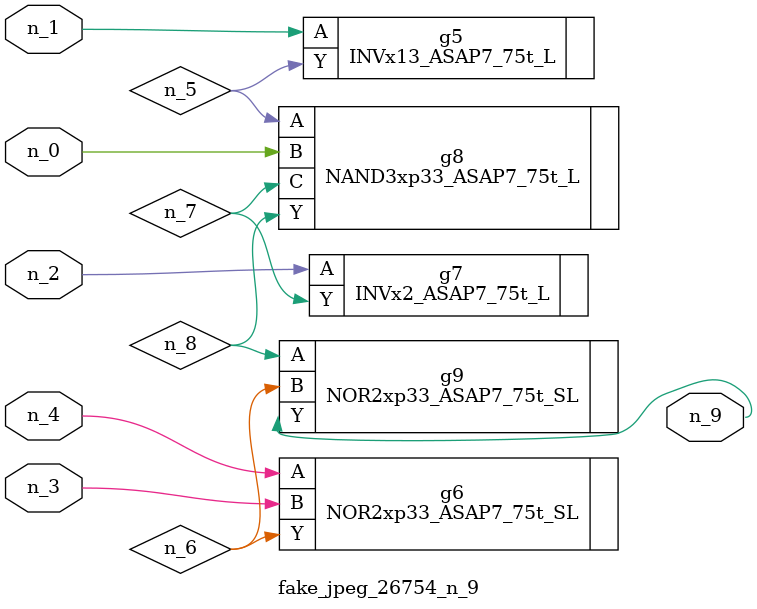
<source format=v>
module fake_jpeg_26754_n_9 (n_3, n_2, n_1, n_0, n_4, n_9);

input n_3;
input n_2;
input n_1;
input n_0;
input n_4;

output n_9;

wire n_8;
wire n_6;
wire n_5;
wire n_7;

INVx13_ASAP7_75t_L g5 ( 
.A(n_1),
.Y(n_5)
);

NOR2xp33_ASAP7_75t_SL g6 ( 
.A(n_4),
.B(n_3),
.Y(n_6)
);

INVx2_ASAP7_75t_L g7 ( 
.A(n_2),
.Y(n_7)
);

NAND3xp33_ASAP7_75t_L g8 ( 
.A(n_5),
.B(n_0),
.C(n_7),
.Y(n_8)
);

NOR2xp33_ASAP7_75t_SL g9 ( 
.A(n_8),
.B(n_6),
.Y(n_9)
);


endmodule
</source>
